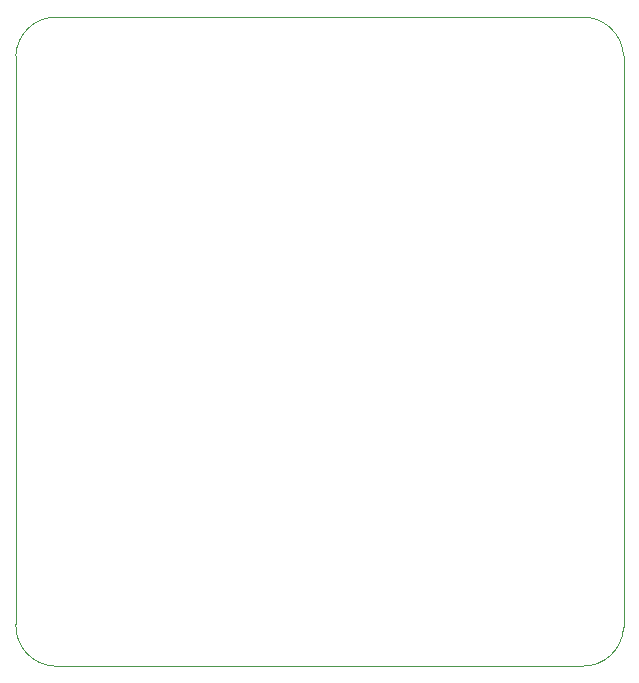
<source format=gbr>
%TF.GenerationSoftware,KiCad,Pcbnew,(6.0.11)*%
%TF.CreationDate,2023-02-17T13:23:48-05:00*%
%TF.ProjectId,mainboard,6d61696e-626f-4617-9264-2e6b69636164,rev?*%
%TF.SameCoordinates,Original*%
%TF.FileFunction,Profile,NP*%
%FSLAX46Y46*%
G04 Gerber Fmt 4.6, Leading zero omitted, Abs format (unit mm)*
G04 Created by KiCad (PCBNEW (6.0.11)) date 2023-02-17 13:23:48*
%MOMM*%
%LPD*%
G01*
G04 APERTURE LIST*
%TA.AperFunction,Profile*%
%ADD10C,0.100000*%
%TD*%
G04 APERTURE END LIST*
D10*
X96520000Y-147903619D02*
X96520000Y-99800000D01*
X144390000Y-151480000D02*
X99810000Y-151480000D01*
X147980000Y-99780000D02*
X147980000Y-148190000D01*
X100070000Y-96520000D02*
X144280000Y-96520000D01*
X147980000Y-99780000D02*
G75*
G03*
X144280000Y-96520000I-3480000J-220000D01*
G01*
X100070000Y-96520000D02*
G75*
G03*
X96520000Y-99800000I-135000J-3415000D01*
G01*
X96520001Y-147903619D02*
G75*
G03*
X99810000Y-151480000I3433190J-143191D01*
G01*
X144390000Y-151480000D02*
G75*
G03*
X147980000Y-148190000I150000J3440000D01*
G01*
M02*

</source>
